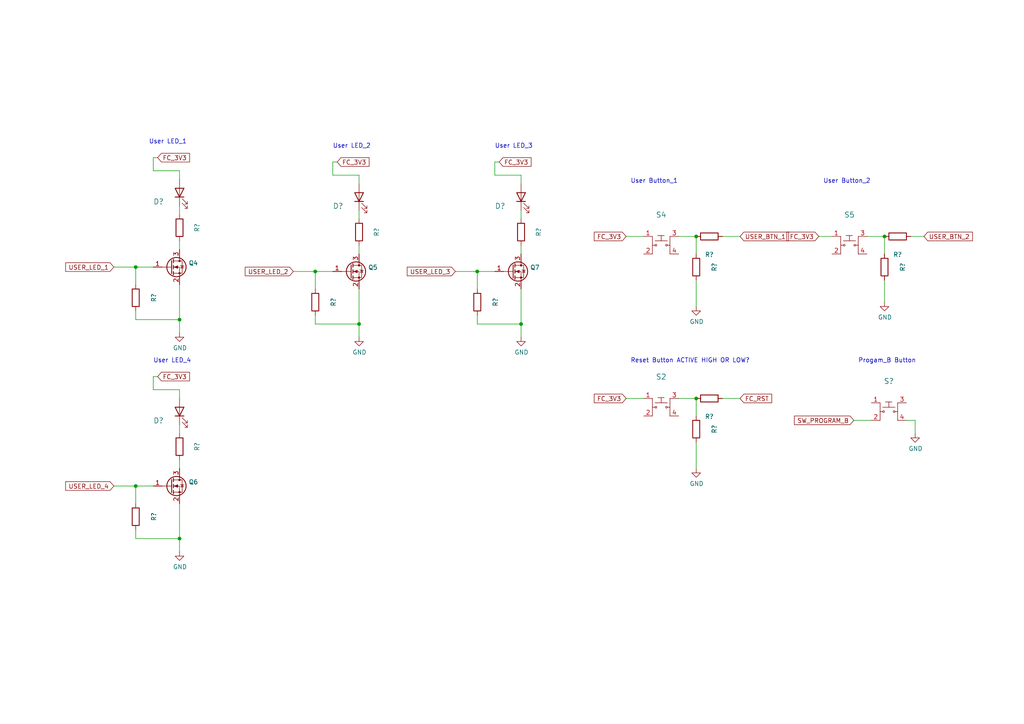
<source format=kicad_sch>
(kicad_sch (version 20211123) (generator eeschema)
  (paper "A4")
  (title_block (title "FOBOS Artix-7 a12t DUT - User Buttons and I/O") (rev "1.0") (company "Cryptographic Engineering Research Group") (comment 1 "License: Apache License Version 2.0") (comment 2 "Copyright © Cryptographic Engineering Research Group") (comment 3 "Author: Jens-Peter Kaps, Eddie Ferrufino") (comment 4 "Project: FOBOS Artix-7 a12t DUT"))
  (lib_symbols
    (symbol "Device:LED" (pin_numbers hide) (pin_names (offset 1.016) hide)
      (property "Reference" "D" (at 0 2.54 0))
      (property "Value" "LED" (at 0 -2.54 0))
      (symbol "LED_0_1"
        (polyline (pts (xy -1.27 -1.27) (xy -1.27 1.27)) (stroke (width 0.254)))
        (polyline (pts (xy -1.27 0) (xy 1.27 0)))
        (polyline (pts (xy 1.27 -1.27) (xy 1.27 1.27) (xy -1.27 0) (xy 1.27 -1.27)) (stroke (width 0.254)))
        (polyline (pts (xy -3.048 -0.762) (xy -4.572 -2.286) (xy -3.81 -2.286) (xy -4.572 -2.286) (xy -4.572 -1.524)))
        (polyline (pts (xy -1.778 -0.762) (xy -3.302 -2.286) (xy -2.54 -2.286) (xy -3.302 -2.286) (xy -3.302 -1.524)))
      )
      (symbol "LED_1_1"
        (pin passive line (at -3.81 0 0) (length 2.54) (name "K") (number "1"))
        (pin passive line (at 3.81 0 180) (length 2.54) (name "A") (number "2"))
      )
    )
    (symbol "Device:R" (pin_numbers hide) (pin_names (offset 0))
      (property "Reference" "R" (at 2.032 0 90))
      (property "Value" "R" (at 0 0 90))
      (symbol "R_0_1"
        (rectangle (start -1.016 -2.54) (end 1.016 2.54) (stroke (width 0.254)))
      )
      (symbol "R_1_1"
        (pin passive line (at 0 3.81 270) (length 1.27) (name "~") (number "1"))
        (pin passive line (at 0 -3.81 90) (length 1.27) (name "~") (number "2"))
      )
    )
    (symbol "Transistor_FET:BSS138" (pin_names hide)
      (property "Reference" "Q" (at 5.08 1.905 0))
      (property "Value" "BSS138" (at 5.08 0 0))
      (symbol "BSS138_0_1"
        (polyline (pts (xy 0.254 0) (xy -2.54 0)))
        (polyline (pts (xy 0.254 1.905) (xy 0.254 -1.905)) (stroke (width 0.254)))
        (polyline (pts (xy 0.762 -1.27) (xy 0.762 -2.286)) (stroke (width 0.254)))
        (polyline (pts (xy 0.762 0.508) (xy 0.762 -0.508)) (stroke (width 0.254)))
        (polyline (pts (xy 0.762 2.286) (xy 0.762 1.27)) (stroke (width 0.254)))
        (polyline (pts (xy 2.54 2.54) (xy 2.54 1.778)))
        (polyline (pts (xy 2.54 -2.54) (xy 2.54 0) (xy 0.762 0)))
        (polyline (pts (xy 0.762 -1.778) (xy 3.302 -1.778) (xy 3.302 1.778) (xy 0.762 1.778)))
        (polyline (pts (xy 1.016 0) (xy 2.032 0.381) (xy 2.032 -0.381) (xy 1.016 0)) (fill (type outline)))
        (polyline (pts (xy 2.794 0.508) (xy 2.921 0.381) (xy 3.683 0.381) (xy 3.81 0.254)))
        (polyline (pts (xy 3.302 0.381) (xy 2.921 -0.254) (xy 3.683 -0.254) (xy 3.302 0.381)))
        (circle (center 1.651 0) (radius 2.794) (stroke (width 0.254)))
        (circle (center 2.54 -1.778) (radius 0.254) (fill (type outline)))
        (circle (center 2.54 1.778) (radius 0.254) (fill (type outline)))
      )
      (symbol "BSS138_1_1"
        (pin input line (at -5.08 0 0) (length 2.54) (name "G") (number "1"))
        (pin passive line (at 2.54 -5.08 90) (length 2.54) (name "S") (number "2"))
        (pin passive line (at 2.54 5.08 270) (length 2.54) (name "D") (number "3"))
      )
    )
    (symbol "cerg:1825910-6" (pin_names (offset 1.016))
      (property "Reference" "S" (at 0 4.572 0))
      (property "Value" "1825910-6" (at 0.127 -5.08 0))
      (symbol "1825910-6_0_1"
        (circle (center -1.524 0) (radius 0.254))
        (polyline (pts (xy -2.54 2.54) (xy -2.54 -2.54)))
        (polyline (pts (xy -1.778 0) (xy -2.54 0)))
        (polyline (pts (xy -1.778 1.27) (xy 1.778 1.27)))
        (polyline (pts (xy 2.54 -2.54) (xy 2.54 2.54)))
        (polyline (pts (xy 2.54 0) (xy 1.778 0)))
        (circle (center 1.524 0) (radius 0.254))
      )
      (symbol "1825910-6_1_1"
        (polyline (pts (xy -1.016 2.794) (xy 0.889 2.794)))
        (polyline (pts (xy 0 2.794) (xy 0 1.27)))
        (pin passive line (at -5.08 2.54 0) (length 2.54) (name "~") (number "1"))
        (pin passive line (at -5.08 -2.54 0) (length 2.54) (name "~") (number "2"))
        (pin passive line (at 5.08 2.54 180) (length 2.54) (name "~") (number "3"))
        (pin passive line (at 5.08 -2.54 180) (length 2.54) (name "~") (number "4"))
      )
    )
    (symbol "power:GND" (power) (pin_names (offset 0))
      (property "Value" "GND" (at 0 -3.81 0))
      (symbol "GND_0_1"
        (polyline (pts (xy 0 0) (xy 0 -1.27) (xy 1.27 -1.27) (xy 0 -2.54) (xy -1.27 -1.27) (xy 0 -1.27)))
      )
      (symbol "GND_1_1"
        (pin power_in line (at 0 0 270) (length 0) hide (name "GND") (number "1"))
      )
    )
  )
  (junction (at 91.44 78.74))
  (junction (at 52.07 92.71))
  (junction (at 138.43 78.74))
  (junction (at 256.54 68.58))
  (junction (at 104.14 93.98))
  (junction (at 39.37 140.97))
  (junction (at 151.13 93.98))
  (junction (at 39.37 77.47))
  (junction (at 201.93 115.57))
  (junction (at 201.93 68.58))
  (junction (at 52.07 156.21))
  (wire (pts (xy 144.78 46.99) (xy 143.51 46.99)))
  (wire (pts (xy 96.52 46.99) (xy 96.52 50.8)))
  (wire (pts (xy 45.72 109.22) (xy 44.45 109.22)))
  (wire (pts (xy 39.37 156.21) (xy 52.07 156.21)))
  (wire (pts (xy 91.44 91.44) (xy 91.44 93.98)))
  (wire (pts (xy 52.07 135.89) (xy 52.07 133.35)))
  (wire (pts (xy 143.51 46.99) (xy 143.51 50.8)))
  (wire (pts (xy 39.37 90.17) (xy 39.37 92.71)))
  (wire (pts (xy 44.45 45.72) (xy 44.45 49.53)))
  (wire (pts (xy 39.37 77.47) (xy 33.02 77.47)))
  (wire (pts (xy 151.13 93.98) (xy 151.13 97.79)))
  (wire (pts (xy 262.89 121.92) (xy 265.43 121.92)))
  (wire (pts (xy 52.07 72.39) (xy 52.07 69.85)))
  (wire (pts (xy 196.85 115.57) (xy 201.93 115.57)))
  (wire (pts (xy 214.63 68.58) (xy 209.55 68.58)))
  (wire (pts (xy 181.61 115.57) (xy 186.69 115.57)))
  (wire (pts (xy 39.37 153.67) (xy 39.37 156.21)))
  (wire (pts (xy 251.46 68.58) (xy 256.54 68.58)))
  (wire (pts (xy 256.54 73.66) (xy 256.54 68.58)))
  (wire (pts (xy 97.79 46.99) (xy 96.52 46.99)))
  (wire (pts (xy 91.44 78.74) (xy 85.09 78.74)))
  (wire (pts (xy 181.61 68.58) (xy 186.69 68.58)))
  (wire (pts (xy 52.07 62.23) (xy 52.07 59.69)))
  (wire (pts (xy 143.51 50.8) (xy 151.13 50.8)))
  (wire (pts (xy 91.44 78.74) (xy 91.44 83.82)))
  (wire (pts (xy 52.07 146.05) (xy 52.07 156.21)))
  (wire (pts (xy 151.13 83.82) (xy 151.13 93.98)))
  (wire (pts (xy 52.07 82.55) (xy 52.07 92.71)))
  (wire (pts (xy 39.37 140.97) (xy 33.02 140.97)))
  (wire (pts (xy 52.07 156.21) (xy 52.07 160.02)))
  (wire (pts (xy 44.45 113.03) (xy 52.07 113.03)))
  (wire (pts (xy 39.37 140.97) (xy 39.37 146.05)))
  (wire (pts (xy 52.07 113.03) (xy 52.07 115.57)))
  (wire (pts (xy 138.43 91.44) (xy 138.43 93.98)))
  (wire (pts (xy 143.51 78.74) (xy 138.43 78.74)))
  (wire (pts (xy 201.93 128.27) (xy 201.93 135.89)))
  (wire (pts (xy 201.93 73.66) (xy 201.93 68.58)))
  (wire (pts (xy 96.52 78.74) (xy 91.44 78.74)))
  (wire (pts (xy 201.93 81.28) (xy 201.93 88.9)))
  (wire (pts (xy 39.37 77.47) (xy 39.37 82.55)))
  (wire (pts (xy 91.44 93.98) (xy 104.14 93.98)))
  (wire (pts (xy 138.43 93.98) (xy 151.13 93.98)))
  (wire (pts (xy 96.52 50.8) (xy 104.14 50.8)))
  (wire (pts (xy 201.93 120.65) (xy 201.93 115.57)))
  (wire (pts (xy 151.13 73.66) (xy 151.13 71.12)))
  (wire (pts (xy 104.14 50.8) (xy 104.14 53.34)))
  (wire (pts (xy 151.13 50.8) (xy 151.13 53.34)))
  (wire (pts (xy 52.07 123.19) (xy 52.07 125.73)))
  (wire (pts (xy 151.13 63.5) (xy 151.13 60.96)))
  (wire (pts (xy 138.43 78.74) (xy 132.08 78.74)))
  (wire (pts (xy 52.07 49.53) (xy 52.07 52.07)))
  (wire (pts (xy 138.43 78.74) (xy 138.43 83.82)))
  (wire (pts (xy 256.54 81.28) (xy 256.54 87.63)))
  (wire (pts (xy 214.63 115.57) (xy 209.55 115.57)))
  (wire (pts (xy 104.14 63.5) (xy 104.14 60.96)))
  (wire (pts (xy 52.07 92.71) (xy 52.07 96.52)))
  (wire (pts (xy 44.45 49.53) (xy 52.07 49.53)))
  (wire (pts (xy 104.14 73.66) (xy 104.14 71.12)))
  (wire (pts (xy 39.37 92.71) (xy 52.07 92.71)))
  (wire (pts (xy 252.73 121.92) (xy 247.65 121.92)))
  (wire (pts (xy 104.14 83.82) (xy 104.14 93.98)))
  (wire (pts (xy 45.72 45.72) (xy 44.45 45.72)))
  (wire (pts (xy 267.97 68.58) (xy 264.16 68.58)))
  (wire (pts (xy 196.85 68.58) (xy 201.93 68.58)))
  (wire (pts (xy 44.45 109.22) (xy 44.45 113.03)))
  (wire (pts (xy 44.45 140.97) (xy 39.37 140.97)))
  (wire (pts (xy 265.43 121.92) (xy 265.43 125.73)))
  (wire (pts (xy 237.49 68.58) (xy 241.3 68.58)))
  (wire (pts (xy 44.45 77.47) (xy 39.37 77.47)))
  (wire (pts (xy 104.14 93.98) (xy 104.14 97.79)))
  (text "User LED_2\n" (at 96.52 43.18 0) (effects (font (size 1.27 1.27)) (justify left bottom)))
  (text "User LED_3" (at 143.51 43.18 0) (effects (font (size 1.27 1.27)) (justify left bottom)))
  (text "User LED_1" (at 43.18 41.91 0) (effects (font (size 1.27 1.27)) (justify left bottom)))
  (text "Reset Button ACTIVE HIGH OR LOW?" (at 182.88 105.41 0) (effects (font (size 1.27 1.27)) (justify left bottom)))
  (text "User Button_1" (at 182.88 53.34 0) (effects (font (size 1.27 1.27)) (justify left bottom)))
  (text "User LED_4" (at 44.45 105.41 0) (effects (font (size 1.27 1.27)) (justify left bottom)))
  (text "Progam_B Button" (at 248.92 105.41 0) (effects (font (size 1.27 1.27)) (justify left bottom)))
  (text "User Button_2" (at 238.76 53.34 0) (effects (font (size 1.27 1.27)) (justify left bottom)))
  (global_label "FC_3V3" (shape input) (at 144.78 46.99 0) (property "Intersheet References" "${INTERSHEET_REFS}" (effects hide)))
  (global_label "FC_3V3" (shape input) (at 45.72 109.22 0) (property "Intersheet References" "${INTERSHEET_REFS}" (effects hide)))
  (global_label "FC_3V3" (shape input) (at 181.61 115.57 180) (property "Intersheet References" "${INTERSHEET_REFS}" (effects hide)))
  (global_label "SW_PROGRAM_B" (shape input) (at 247.65 121.92 180) (property "Intersheet References" "${INTERSHEET_REFS}" (effects hide)))
  (global_label "FC_3V3" (shape input) (at 45.72 45.72 0) (property "Intersheet References" "${INTERSHEET_REFS}" (effects hide)))
  (global_label "FC_3V3" (shape input) (at 97.79 46.99 0) (property "Intersheet References" "${INTERSHEET_REFS}" (effects hide)))
  (global_label "USER_LED_2" (shape input) (at 85.09 78.74 180) (property "Intersheet References" "${INTERSHEET_REFS}" (effects hide)))
  (global_label "FC_3V3" (shape input) (at 181.61 68.58 180) (property "Intersheet References" "${INTERSHEET_REFS}" (effects hide)))
  (global_label "USER_LED_1" (shape input) (at 33.02 77.47 180) (property "Intersheet References" "${INTERSHEET_REFS}" (effects hide)))
  (global_label "FC_3V3" (shape input) (at 237.49 68.58 180) (property "Intersheet References" "${INTERSHEET_REFS}" (effects hide)))
  (global_label "FC_RST" (shape input) (at 214.63 115.57 0) (property "Intersheet References" "${INTERSHEET_REFS}" (effects hide)))
  (global_label "USER_LED_3" (shape input) (at 132.08 78.74 180) (property "Intersheet References" "${INTERSHEET_REFS}" (effects hide)))
  (global_label "USER_BTN_2" (shape input) (at 267.97 68.58 0) (property "Intersheet References" "${INTERSHEET_REFS}" (effects hide)))
  (global_label "USER_LED_4" (shape input) (at 33.02 140.97 180) (property "Intersheet References" "${INTERSHEET_REFS}" (effects hide)))
  (global_label "USER_BTN_1" (shape input) (at 214.63 68.58 0) (property "Intersheet References" "${INTERSHEET_REFS}" (effects hide)))
  (symbol (lib_id "power:GND") (at 52.07 96.52 0) (unit 1)
    (property "Reference" "#PWR?" (effects hide))
  )
  (symbol (lib_id "Device:LED") (at 52.07 55.88 90) (unit 1)
    (property "Reference" "D?" (at 47.5488 58.4962 90) (effects (font (size 1.524 1.524)) (justify left)))
    (property "Datasheet" "https://dammedia.osram.info/media/resource/hires/osram-dam-2493945/LG%20L29K.pdf" (effects hide))
    (property "Digi-Key_PN" "475-2709-1-ND" (effects hide))
    (property "MPN" "LG L29K-G2J1-24-Z" (effects hide))
    (property "Category" "Optoelectronics" (effects hide))
    (property "Family" "LED Indication - Discrete" (effects hide))
    (property "DK_Datasheet_Link" "https://dammedia.osram.info/media/resource/hires/osram-dam-2493945/LG%20L29K.pdf" (effects hide))
    (property "DK_Detail_Page" "/product-detail/en/osram-opto-semiconductors-inc/LG-L29K-G2J1-24-Z/475-2709-1-ND/1938876" (effects hide))
    (property "Description" "LED GREEN DIFFUSED 0603 SMD" (effects hide))
    (property "Manufacturer" "OSRAM Opto Semiconductors Inc." (effects hide))
    (property "Status" "Active" (effects hide))
  )
  (symbol (lib_id "Device:R") (at 52.07 66.04 0) (unit 1)
    (property "Reference" "R?" (at 57.15 66.04 90))
    (property "Description" "RES 470 OHM 5% 1/10W 0603 SMD" (effects hide))
    (property "MPN" "ERJ-U03J471V" (effects hide))
    (property "Manufacturer" "Panasonic Electronic Components" (effects hide))
  )
  (symbol (lib_id "power:GND") (at 104.14 97.79 0) (unit 1)
    (property "Reference" "#PWR?" (effects hide))
  )
  (symbol (lib_id "Device:LED") (at 104.14 57.15 90) (unit 1)
    (property "Reference" "D?" (at 99.6188 59.7662 90) (effects (font (size 1.524 1.524)) (justify left)))
    (property "Datasheet" "https://dammedia.osram.info/media/resource/hires/osram-dam-2493945/LG%20L29K.pdf" (effects hide))
    (property "Digi-Key_PN" "475-2709-1-ND" (effects hide))
    (property "MPN" "LG L29K-G2J1-24-Z" (effects hide))
    (property "Category" "Optoelectronics" (effects hide))
    (property "Family" "LED Indication - Discrete" (effects hide))
    (property "DK_Datasheet_Link" "https://dammedia.osram.info/media/resource/hires/osram-dam-2493945/LG%20L29K.pdf" (effects hide))
    (property "DK_Detail_Page" "/product-detail/en/osram-opto-semiconductors-inc/LG-L29K-G2J1-24-Z/475-2709-1-ND/1938876" (effects hide))
    (property "Description" "LED GREEN DIFFUSED 0603 SMD" (effects hide))
    (property "Manufacturer" "OSRAM Opto Semiconductors Inc." (effects hide))
    (property "Status" "Active" (effects hide))
  )
  (symbol (lib_id "Device:R") (at 104.14 67.31 0) (unit 1)
    (property "Reference" "R?" (at 109.22 67.31 90))
    (property "Description" "RES 470 OHM 5% 1/10W 0603 SMD" (effects hide))
    (property "MPN" "ERJ-U03J471V" (effects hide))
    (property "Manufacturer" "Panasonic Electronic Components" (effects hide))
  )
  (symbol (lib_id "power:GND") (at 151.13 97.79 0) (unit 1)
    (property "Reference" "#PWR?" (effects hide))
  )
  (symbol (lib_id "Device:LED") (at 151.13 57.15 90) (unit 1)
    (property "Reference" "D?" (at 146.6088 59.7662 90) (effects (font (size 1.524 1.524)) (justify left)))
    (property "Datasheet" "https://dammedia.osram.info/media/resource/hires/osram-dam-2493945/LG%20L29K.pdf" (effects hide))
    (property "Digi-Key_PN" "475-2709-1-ND" (effects hide))
    (property "MPN" "LG L29K-G2J1-24-Z" (effects hide))
    (property "Category" "Optoelectronics" (effects hide))
    (property "Family" "LED Indication - Discrete" (effects hide))
    (property "DK_Datasheet_Link" "https://dammedia.osram.info/media/resource/hires/osram-dam-2493945/LG%20L29K.pdf" (effects hide))
    (property "DK_Detail_Page" "/product-detail/en/osram-opto-semiconductors-inc/LG-L29K-G2J1-24-Z/475-2709-1-ND/1938876" (effects hide))
    (property "Description" "LED GREEN DIFFUSED 0603 SMD" (effects hide))
    (property "Manufacturer" "OSRAM Opto Semiconductors Inc." (effects hide))
    (property "Status" "Active" (effects hide))
  )
  (symbol (lib_id "Device:R") (at 151.13 67.31 0) (unit 1)
    (property "Reference" "R?" (at 156.21 67.31 90))
    (property "Description" "RES 470 OHM 5% 1/10W 0603 SMD" (effects hide))
    (property "MPN" "ERJ-U03J471V" (effects hide))
    (property "Manufacturer" "Panasonic Electronic Components" (effects hide))
  )
  (symbol (lib_id "Device:R") (at 39.37 86.36 180) (unit 1)
    (property "Reference" "R?" (at 44.6278 86.36 90))
    (property "Description" "RES SMD 10K OHM 1% 1/10W 0603" (effects hide))
    (property "MPN" "ERJ-3EKF1002V" (effects hide))
    (property "Manufacturer" "Panasonic Electronic Components" (effects hide))
  )
  (symbol (lib_id "Device:R") (at 91.44 87.63 180) (unit 1)
    (property "Reference" "R?" (at 96.6978 87.63 90))
    (property "Description" "RES SMD 10K OHM 1% 1/10W 0603" (effects hide))
    (property "MPN" "ERJ-3EKF1002V" (effects hide))
    (property "Manufacturer" "Panasonic Electronic Components" (effects hide))
  )
  (symbol (lib_id "Device:R") (at 138.43 87.63 180) (unit 1)
    (property "Reference" "R?" (at 143.6878 87.63 90))
    (property "Description" "RES SMD 10K OHM 1% 1/10W 0603" (effects hide))
    (property "MPN" "ERJ-3EKF1002V" (effects hide))
    (property "Manufacturer" "Panasonic Electronic Components" (effects hide))
  )
  (symbol (lib_id "Device:R") (at 201.93 77.47 180) (unit 1)
    (property "Reference" "R?" (at 207.1878 77.47 90))
    (property "Description" "RES SMD 10K OHM 1% 1/10W 0603" (effects hide))
    (property "MPN" "ERJ-3EKF1002V" (effects hide))
    (property "Manufacturer" "Panasonic Electronic Components" (effects hide))
  )
  (symbol (lib_id "Device:R") (at 256.54 77.47 180) (unit 1)
    (property "Reference" "R?" (at 261.7978 77.47 90))
    (property "Description" "RES SMD 10K OHM 1% 1/10W 0603" (effects hide))
    (property "MPN" "ERJ-3EKF1002V" (effects hide))
    (property "Manufacturer" "Panasonic Electronic Components" (effects hide))
  )
  (symbol (lib_id "Device:R") (at 205.74 68.58 90) (unit 1)
    (property "Reference" "R?" (at 205.74 73.8378 90))
    (property "Description" "RES SMD 10K OHM 1% 1/10W 0603" (effects hide))
    (property "MPN" "ERJ-3EKF1002V" (effects hide))
    (property "Manufacturer" "Panasonic Electronic Components" (effects hide))
  )
  (symbol (lib_id "Device:R") (at 260.35 68.58 90) (unit 1)
    (property "Reference" "R?" (at 260.35 73.8378 90))
    (property "Description" "RES SMD 10K OHM 1% 1/10W 0603" (effects hide))
    (property "MPN" "ERJ-3EKF1002V" (effects hide))
    (property "Manufacturer" "Panasonic Electronic Components" (effects hide))
  )
  (symbol (lib_id "power:GND") (at 201.93 88.9 0) (unit 1)
    (property "Reference" "#PWR?" (effects hide))
  )
  (symbol (lib_id "power:GND") (at 256.54 87.63 0) (unit 1)
    (property "Reference" "#PWR?" (effects hide))
  )
  (symbol (lib_id "power:GND") (at 52.07 160.02 0) (unit 1)
    (property "Reference" "#PWR?" (effects hide))
  )
  (symbol (lib_id "Device:LED") (at 52.07 119.38 90) (unit 1)
    (property "Reference" "D?" (at 47.5488 121.9962 90) (effects (font (size 1.524 1.524)) (justify left)))
    (property "Datasheet" "https://dammedia.osram.info/media/resource/hires/osram-dam-2493945/LG%20L29K.pdf" (effects hide))
    (property "Digi-Key_PN" "475-2709-1-ND" (effects hide))
    (property "MPN" "LG L29K-G2J1-24-Z" (effects hide))
    (property "Category" "Optoelectronics" (effects hide))
    (property "Family" "LED Indication - Discrete" (effects hide))
    (property "DK_Datasheet_Link" "https://dammedia.osram.info/media/resource/hires/osram-dam-2493945/LG%20L29K.pdf" (effects hide))
    (property "DK_Detail_Page" "/product-detail/en/osram-opto-semiconductors-inc/LG-L29K-G2J1-24-Z/475-2709-1-ND/1938876" (effects hide))
    (property "Description" "LED GREEN DIFFUSED 0603 SMD" (effects hide))
    (property "Manufacturer" "OSRAM Opto Semiconductors Inc." (effects hide))
    (property "Status" "Active" (effects hide))
  )
  (symbol (lib_id "Device:R") (at 52.07 129.54 0) (unit 1)
    (property "Reference" "R?" (at 57.15 129.54 90))
    (property "Description" "RES 470 OHM 5% 1/10W 0603 SMD" (effects hide))
    (property "MPN" "ERJ-U03J471V" (effects hide))
    (property "Manufacturer" "Panasonic Electronic Components" (effects hide))
  )
  (symbol (lib_id "Device:R") (at 39.37 149.86 180) (unit 1)
    (property "Reference" "R?" (at 44.6278 149.86 90))
    (property "Description" "RES SMD 10K OHM 1% 1/10W 0603" (effects hide))
    (property "MPN" "ERJ-3EKF1002V" (effects hide))
    (property "Manufacturer" "Panasonic Electronic Components" (effects hide))
  )
  (symbol (lib_id "Transistor_FET:BSS138") (at 148.59 78.74 0) (unit 1)
    (property "Reference" "Q7" (at 153.7716 77.5716 0) (effects (justify left)))
    (property "Datasheet" "https://www.fairchildsemi.com/datasheets/BS/BSS138.pdf" (effects hide))
    (property "Description" "MOSFET N-CH 50V 220MA SOT23-3" (effects hide))
    (property "MPN" "BSS138" (effects hide))
    (property "Manufacturer" "ON Semiconductor" (effects hide))
  )
  (symbol (lib_id "Transistor_FET:BSS138") (at 101.6 78.74 0) (unit 1)
    (property "Reference" "Q5" (at 106.7816 77.5716 0) (effects (justify left)))
    (property "Datasheet" "https://www.onsemi.com/pub/Collateral/BSS138-D.PDF" (effects hide))
    (property "Description" "MOSFET N-CH 50V 220MA SOT23-3" (effects hide))
    (property "MPN" "BSS138" (effects hide))
    (property "Manufacturer" "ON Semiconductor" (effects hide))
  )
  (symbol (lib_id "Transistor_FET:BSS138") (at 49.53 77.47 0) (unit 1)
    (property "Reference" "Q4" (at 54.7116 76.3016 0) (effects (justify left)))
    (property "Datasheet" "https://www.onsemi.com/pub/Collateral/BSS138-D.PDF" (effects hide))
    (property "Description" "MOSFET N-CH 50V 220MA SOT23-3" (effects hide))
    (property "MPN" "BSS138" (effects hide))
    (property "Manufacturer" "ON Semiconductor" (effects hide))
  )
  (symbol (lib_id "Transistor_FET:BSS138") (at 49.53 140.97 0) (unit 1)
    (property "Reference" "Q6" (at 54.7116 139.8016 0) (effects (justify left)))
    (property "Datasheet" "https://www.onsemi.com/pub/Collateral/BSS138-D.PDF" (effects hide))
    (property "Description" "MOSFET N-CH 50V 220MA SOT23-3" (effects hide))
    (property "MPN" "BSS138" (effects hide))
    (property "Manufacturer" "ON Semiconductor" (effects hide))
  )
  (symbol (lib_id "cerg:1825910-6") (at 191.77 71.12 0) (unit 1)
    (property "Reference" "S4" (at 191.77 62.3062 0) (effects (font (size 1.524 1.524))))
    (property "Datasheet" "https://www.te.com/commerce/DocumentDelivery/DDEController?Action=srchrtrv&DocNm=1825910&DocType=Customer+Drawing&DocLang=English" (effects hide))
    (property "Digi-Key_PN" "450-1650-ND" (effects hide))
    (property "MPN" "1825910-6" (effects hide))
    (property "Category" "Switches" (effects hide))
    (property "Family" "Tactile Switches" (effects hide))
    (property "DK_Datasheet_Link" "https://www.te.com/commerce/DocumentDelivery/DDEController?Action=srchrtrv&DocNm=1825910&DocType=Customer+Drawing&DocLang=English" (effects hide))
    (property "DK_Detail_Page" "/product-detail/en/te-connectivity-alcoswitch-switches/1825910-6/450-1650-ND/1632536" (effects hide))
    (property "Description" "SWITCH TACTILE SPST-NO 0.05A 24V" (effects hide))
    (property "Manufacturer" "TE Connectivity ALCOSWITCH Switches" (effects hide))
    (property "Status" "Active" (effects hide))
  )
  (symbol (lib_id "cerg:1825910-6") (at 246.38 71.12 0) (unit 1)
    (property "Reference" "S5" (at 246.38 62.3062 0) (effects (font (size 1.524 1.524))))
    (property "Datasheet" "https://www.te.com/commerce/DocumentDelivery/DDEController?Action=srchrtrv&DocNm=1825910&DocType=Customer+Drawing&DocLang=English" (effects hide))
    (property "Digi-Key_PN" "450-1650-ND" (effects hide))
    (property "MPN" "1825910-6" (effects hide))
    (property "Category" "Switches" (effects hide))
    (property "Family" "Tactile Switches" (effects hide))
    (property "DK_Datasheet_Link" "https://www.te.com/commerce/DocumentDelivery/DDEController?Action=srchrtrv&DocNm=1825910&DocType=Customer+Drawing&DocLang=English" (effects hide))
    (property "DK_Detail_Page" "/product-detail/en/te-connectivity-alcoswitch-switches/1825910-6/450-1650-ND/1632536" (effects hide))
    (property "Description" "SWITCH TACTILE SPST-NO 0.05A 24V" (effects hide))
    (property "Manufacturer" "TE Connectivity ALCOSWITCH Switches" (effects hide))
    (property "Status" "Active" (effects hide))
  )
  (symbol (lib_id "Device:R") (at 201.93 124.46 180) (unit 1)
    (property "Reference" "R?" (at 207.1878 124.46 90))
    (property "Description" "RES SMD 10K OHM 1% 1/10W 0603" (effects hide))
    (property "MPN" "ERJ-3EKF1002V" (effects hide))
    (property "Manufacturer" "Panasonic Electronic Components" (effects hide))
  )
  (symbol (lib_id "Device:R") (at 205.74 115.57 90) (unit 1)
    (property "Reference" "R?" (at 205.74 120.8278 90))
    (property "Description" "RES SMD 10K OHM 1% 1/10W 0603" (effects hide))
    (property "MPN" "ERJ-3EKF1002V" (effects hide))
    (property "Manufacturer" "Panasonic Electronic Components" (effects hide))
  )
  (symbol (lib_id "power:GND") (at 201.93 135.89 0) (unit 1)
    (property "Reference" "#PWR?" (effects hide))
  )
  (symbol (lib_id "cerg:1825910-6") (at 191.77 118.11 0) (unit 1)
    (property "Reference" "S2" (at 191.77 109.2962 0) (effects (font (size 1.524 1.524))))
    (property "Datasheet" "https://www.te.com/commerce/DocumentDelivery/DDEController?Action=srchrtrv&DocNm=1825910&DocType=Customer+Drawing&DocLang=English" (effects hide))
    (property "Digi-Key_PN" "450-1650-ND" (effects hide))
    (property "MPN" "1825910-6" (effects hide))
    (property "Category" "Switches" (effects hide))
    (property "Family" "Tactile Switches" (effects hide))
    (property "DK_Datasheet_Link" "https://www.te.com/commerce/DocumentDelivery/DDEController?Action=srchrtrv&DocNm=1825910&DocType=Customer+Drawing&DocLang=English" (effects hide))
    (property "DK_Detail_Page" "/product-detail/en/te-connectivity-alcoswitch-switches/1825910-6/450-1650-ND/1632536" (effects hide))
    (property "Description" "SWITCH TACTILE SPST-NO 0.05A 24V" (effects hide))
    (property "Manufacturer" "TE Connectivity ALCOSWITCH Switches" (effects hide))
    (property "Status" "Active" (effects hide))
  )
  (symbol (lib_id "power:GND") (at 265.43 125.73 0) (unit 1)
    (property "Reference" "#PWR?" (effects hide))
  )
  (symbol (lib_id "cerg:1825910-6") (at 257.81 119.38 0) (unit 1)
    (property "Reference" "S?" (at 257.81 110.5662 0) (effects (font (size 1.524 1.524))))
    (property "Datasheet" "https://www.te.com/commerce/DocumentDelivery/DDEController?Action=srchrtrv&DocNm=1825910&DocType=Customer+Drawing&DocLang=English" (effects hide))
    (property "Digi-Key_PN" "450-1650-ND" (effects hide))
    (property "MPN" "1825910-6" (effects hide))
    (property "Category" "Switches" (effects hide))
    (property "Family" "Tactile Switches" (effects hide))
    (property "DK_Datasheet_Link" "https://www.te.com/commerce/DocumentDelivery/DDEController?Action=srchrtrv&DocNm=1825910&DocType=Customer+Drawing&DocLang=English" (effects hide))
    (property "DK_Detail_Page" "/product-detail/en/te-connectivity-alcoswitch-switches/1825910-6/450-1650-ND/1632536" (effects hide))
    (property "Description" "SWITCH TACTILE SPST-NO 0.05A 24V" (effects hide))
    (property "Manufacturer" "TE Connectivity ALCOSWITCH Switches" (effects hide))
    (property "Status" "Active" (effects hide))
  )
)
</source>
